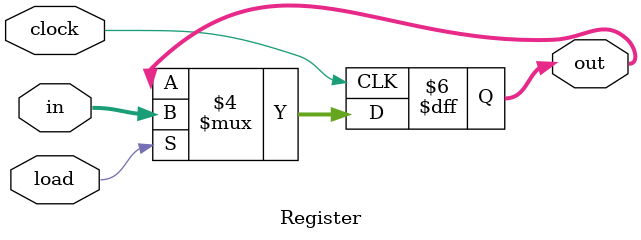
<source format=v>
module Register(clock,in,load,out);
    input clock;
    input [15:0] in;
    input load;
    output [15:0] out;

    reg [15:0] out;

    always @(posedge clock) begin
            if(load == 1'b1) begin
                    out <= in;
            end else begin
                    out <= out;
            end     
    end
endmodule



</source>
